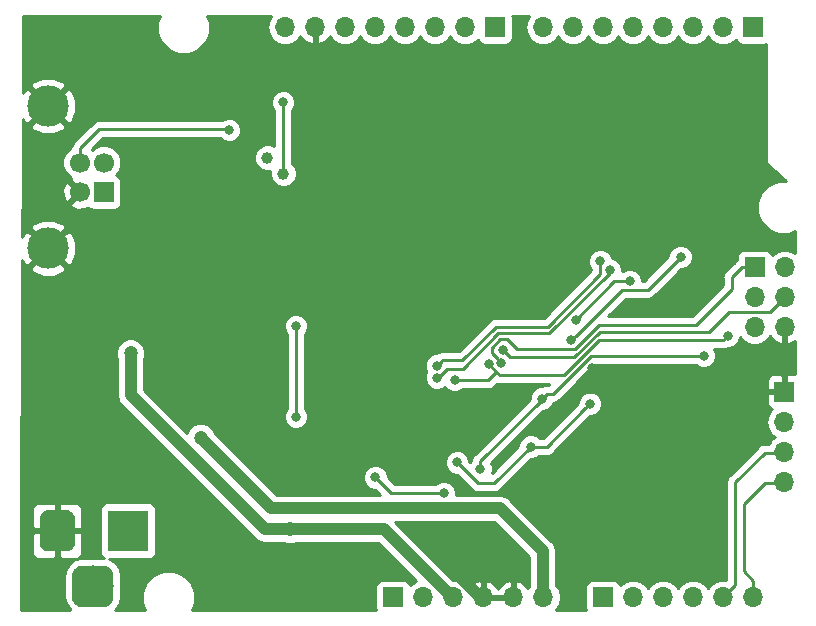
<source format=gbr>
G04 #@! TF.GenerationSoftware,KiCad,Pcbnew,(5.0.2)-1*
G04 #@! TF.CreationDate,2019-07-21T18:19:00-05:00*
G04 #@! TF.ProjectId,arduino_uno,61726475-696e-46f5-9f75-6e6f2e6b6963,rev?*
G04 #@! TF.SameCoordinates,Original*
G04 #@! TF.FileFunction,Copper,L2,Bot*
G04 #@! TF.FilePolarity,Positive*
%FSLAX46Y46*%
G04 Gerber Fmt 4.6, Leading zero omitted, Abs format (unit mm)*
G04 Created by KiCad (PCBNEW (5.0.2)-1) date 7/21/2019 6:19:00 PM*
%MOMM*%
%LPD*%
G01*
G04 APERTURE LIST*
G04 #@! TA.AperFunction,Conductor*
%ADD10C,0.100000*%
G04 #@! TD*
G04 #@! TA.AperFunction,ComponentPad*
%ADD11C,3.500000*%
G04 #@! TD*
G04 #@! TA.AperFunction,ComponentPad*
%ADD12C,3.000000*%
G04 #@! TD*
G04 #@! TA.AperFunction,ComponentPad*
%ADD13R,3.500000X3.500000*%
G04 #@! TD*
G04 #@! TA.AperFunction,ComponentPad*
%ADD14R,1.700000X1.700000*%
G04 #@! TD*
G04 #@! TA.AperFunction,ComponentPad*
%ADD15O,1.700000X1.700000*%
G04 #@! TD*
G04 #@! TA.AperFunction,ComponentPad*
%ADD16C,1.700000*%
G04 #@! TD*
G04 #@! TA.AperFunction,ComponentPad*
%ADD17C,1.000000*%
G04 #@! TD*
G04 #@! TA.AperFunction,ViaPad*
%ADD18C,0.800000*%
G04 #@! TD*
G04 #@! TA.AperFunction,ViaPad*
%ADD19C,1.200000*%
G04 #@! TD*
G04 #@! TA.AperFunction,Conductor*
%ADD20C,1.000000*%
G04 #@! TD*
G04 #@! TA.AperFunction,Conductor*
%ADD21C,0.250000*%
G04 #@! TD*
G04 #@! TA.AperFunction,Conductor*
%ADD22C,0.254000*%
G04 #@! TD*
G04 APERTURE END LIST*
D10*
G04 #@! TO.N,Net-(J1-Pad3)*
G04 #@! TO.C,J1*
G36*
X125360765Y-118154213D02*
X125445704Y-118166813D01*
X125528999Y-118187677D01*
X125609848Y-118216605D01*
X125687472Y-118253319D01*
X125761124Y-118297464D01*
X125830094Y-118348616D01*
X125893718Y-118406282D01*
X125951384Y-118469906D01*
X126002536Y-118538876D01*
X126046681Y-118612528D01*
X126083395Y-118690152D01*
X126112323Y-118771001D01*
X126133187Y-118854296D01*
X126145787Y-118939235D01*
X126150000Y-119025000D01*
X126150000Y-120775000D01*
X126145787Y-120860765D01*
X126133187Y-120945704D01*
X126112323Y-121028999D01*
X126083395Y-121109848D01*
X126046681Y-121187472D01*
X126002536Y-121261124D01*
X125951384Y-121330094D01*
X125893718Y-121393718D01*
X125830094Y-121451384D01*
X125761124Y-121502536D01*
X125687472Y-121546681D01*
X125609848Y-121583395D01*
X125528999Y-121612323D01*
X125445704Y-121633187D01*
X125360765Y-121645787D01*
X125275000Y-121650000D01*
X123525000Y-121650000D01*
X123439235Y-121645787D01*
X123354296Y-121633187D01*
X123271001Y-121612323D01*
X123190152Y-121583395D01*
X123112528Y-121546681D01*
X123038876Y-121502536D01*
X122969906Y-121451384D01*
X122906282Y-121393718D01*
X122848616Y-121330094D01*
X122797464Y-121261124D01*
X122753319Y-121187472D01*
X122716605Y-121109848D01*
X122687677Y-121028999D01*
X122666813Y-120945704D01*
X122654213Y-120860765D01*
X122650000Y-120775000D01*
X122650000Y-119025000D01*
X122654213Y-118939235D01*
X122666813Y-118854296D01*
X122687677Y-118771001D01*
X122716605Y-118690152D01*
X122753319Y-118612528D01*
X122797464Y-118538876D01*
X122848616Y-118469906D01*
X122906282Y-118406282D01*
X122969906Y-118348616D01*
X123038876Y-118297464D01*
X123112528Y-118253319D01*
X123190152Y-118216605D01*
X123271001Y-118187677D01*
X123354296Y-118166813D01*
X123439235Y-118154213D01*
X123525000Y-118150000D01*
X125275000Y-118150000D01*
X125360765Y-118154213D01*
X125360765Y-118154213D01*
G37*
D11*
G04 #@! TD*
G04 #@! TO.P,J1,3*
G04 #@! TO.N,Net-(J1-Pad3)*
X124400000Y-119900000D03*
D10*
G04 #@! TO.N,GND*
G04 #@! TO.C,J1*
G36*
X122223513Y-113453611D02*
X122296318Y-113464411D01*
X122367714Y-113482295D01*
X122437013Y-113507090D01*
X122503548Y-113538559D01*
X122566678Y-113576398D01*
X122625795Y-113620242D01*
X122680330Y-113669670D01*
X122729758Y-113724205D01*
X122773602Y-113783322D01*
X122811441Y-113846452D01*
X122842910Y-113912987D01*
X122867705Y-113982286D01*
X122885589Y-114053682D01*
X122896389Y-114126487D01*
X122900000Y-114200000D01*
X122900000Y-116200000D01*
X122896389Y-116273513D01*
X122885589Y-116346318D01*
X122867705Y-116417714D01*
X122842910Y-116487013D01*
X122811441Y-116553548D01*
X122773602Y-116616678D01*
X122729758Y-116675795D01*
X122680330Y-116730330D01*
X122625795Y-116779758D01*
X122566678Y-116823602D01*
X122503548Y-116861441D01*
X122437013Y-116892910D01*
X122367714Y-116917705D01*
X122296318Y-116935589D01*
X122223513Y-116946389D01*
X122150000Y-116950000D01*
X120650000Y-116950000D01*
X120576487Y-116946389D01*
X120503682Y-116935589D01*
X120432286Y-116917705D01*
X120362987Y-116892910D01*
X120296452Y-116861441D01*
X120233322Y-116823602D01*
X120174205Y-116779758D01*
X120119670Y-116730330D01*
X120070242Y-116675795D01*
X120026398Y-116616678D01*
X119988559Y-116553548D01*
X119957090Y-116487013D01*
X119932295Y-116417714D01*
X119914411Y-116346318D01*
X119903611Y-116273513D01*
X119900000Y-116200000D01*
X119900000Y-114200000D01*
X119903611Y-114126487D01*
X119914411Y-114053682D01*
X119932295Y-113982286D01*
X119957090Y-113912987D01*
X119988559Y-113846452D01*
X120026398Y-113783322D01*
X120070242Y-113724205D01*
X120119670Y-113669670D01*
X120174205Y-113620242D01*
X120233322Y-113576398D01*
X120296452Y-113538559D01*
X120362987Y-113507090D01*
X120432286Y-113482295D01*
X120503682Y-113464411D01*
X120576487Y-113453611D01*
X120650000Y-113450000D01*
X122150000Y-113450000D01*
X122223513Y-113453611D01*
X122223513Y-113453611D01*
G37*
D12*
G04 #@! TD*
G04 #@! TO.P,J1,2*
G04 #@! TO.N,GND*
X121400000Y-115200000D03*
D13*
G04 #@! TO.P,J1,1*
G04 #@! TO.N,Net-(D2-Pad2)*
X127400000Y-115200000D03*
G04 #@! TD*
D14*
G04 #@! TO.P,J2,1*
G04 #@! TO.N,/D12*
X180438100Y-92893600D03*
D15*
G04 #@! TO.P,J2,2*
G04 #@! TO.N,5V*
X182978100Y-92893600D03*
G04 #@! TO.P,J2,3*
G04 #@! TO.N,/D13*
X180438100Y-95433600D03*
G04 #@! TO.P,J2,4*
G04 #@! TO.N,/D11*
X182978100Y-95433600D03*
G04 #@! TO.P,J2,5*
G04 #@! TO.N,RST*
X180438100Y-97973600D03*
G04 #@! TO.P,J2,6*
G04 #@! TO.N,GND*
X182978100Y-97973600D03*
G04 #@! TD*
G04 #@! TO.P,J3,6*
G04 #@! TO.N,RAW*
X162531100Y-120833600D03*
G04 #@! TO.P,J3,5*
G04 #@! TO.N,GND*
X159991100Y-120833600D03*
G04 #@! TO.P,J3,4*
X157451100Y-120833600D03*
G04 #@! TO.P,J3,3*
G04 #@! TO.N,5V*
X154911100Y-120833600D03*
G04 #@! TO.P,J3,2*
G04 #@! TO.N,3V3*
X152371100Y-120833600D03*
D14*
G04 #@! TO.P,J3,1*
G04 #@! TO.N,RST*
X149831100Y-120833600D03*
G04 #@! TD*
G04 #@! TO.P,J5,1*
G04 #@! TO.N,/D8*
X158467100Y-72573600D03*
D15*
G04 #@! TO.P,J5,2*
G04 #@! TO.N,/D9*
X155927100Y-72573600D03*
G04 #@! TO.P,J5,3*
G04 #@! TO.N,/D10*
X153387100Y-72573600D03*
G04 #@! TO.P,J5,4*
G04 #@! TO.N,/D11*
X150847100Y-72573600D03*
G04 #@! TO.P,J5,5*
G04 #@! TO.N,/D12*
X148307100Y-72573600D03*
G04 #@! TO.P,J5,6*
G04 #@! TO.N,/D13*
X145767100Y-72573600D03*
G04 #@! TO.P,J5,7*
G04 #@! TO.N,GND*
X143227100Y-72573600D03*
G04 #@! TO.P,J5,8*
G04 #@! TO.N,AREF*
X140687100Y-72573600D03*
G04 #@! TD*
D14*
G04 #@! TO.P,J6,1*
G04 #@! TO.N,GND*
X182943500Y-103441500D03*
D15*
G04 #@! TO.P,J6,2*
G04 #@! TO.N,5V*
X182943500Y-105981500D03*
G04 #@! TO.P,J6,3*
G04 #@! TO.N,/A4*
X182943500Y-108521500D03*
G04 #@! TO.P,J6,4*
G04 #@! TO.N,/A5*
X182943500Y-111061500D03*
G04 #@! TD*
D14*
G04 #@! TO.P,J7,1*
G04 #@! TO.N,/A0*
X167611100Y-120833600D03*
D15*
G04 #@! TO.P,J7,2*
G04 #@! TO.N,/A1*
X170151100Y-120833600D03*
G04 #@! TO.P,J7,3*
G04 #@! TO.N,/A2*
X172691100Y-120833600D03*
G04 #@! TO.P,J7,4*
G04 #@! TO.N,/A3*
X175231100Y-120833600D03*
G04 #@! TO.P,J7,5*
G04 #@! TO.N,/A4*
X177771100Y-120833600D03*
G04 #@! TO.P,J7,6*
G04 #@! TO.N,/A5*
X180311100Y-120833600D03*
G04 #@! TD*
D14*
G04 #@! TO.P,J8,1*
G04 #@! TO.N,Net-(F1-Pad2)*
X125331100Y-86523600D03*
D16*
G04 #@! TO.P,J8,2*
G04 #@! TO.N,Net-(J8-Pad2)*
X125331100Y-84023600D03*
G04 #@! TO.P,J8,3*
G04 #@! TO.N,Net-(J8-Pad3)*
X123331100Y-84023600D03*
G04 #@! TO.P,J8,4*
G04 #@! TO.N,GND*
X123331100Y-86523600D03*
D11*
G04 #@! TO.P,J8,5*
X120621100Y-91293600D03*
X120621100Y-79253600D03*
G04 #@! TD*
D15*
G04 #@! TO.P,J9,8*
G04 #@! TO.N,/D7*
X162531100Y-72573600D03*
G04 #@! TO.P,J9,7*
G04 #@! TO.N,/D6*
X165071100Y-72573600D03*
G04 #@! TO.P,J9,6*
G04 #@! TO.N,/D5*
X167611100Y-72573600D03*
G04 #@! TO.P,J9,5*
G04 #@! TO.N,/D4*
X170151100Y-72573600D03*
G04 #@! TO.P,J9,4*
G04 #@! TO.N,/D3*
X172691100Y-72573600D03*
G04 #@! TO.P,J9,3*
G04 #@! TO.N,/D2*
X175231100Y-72573600D03*
G04 #@! TO.P,J9,2*
G04 #@! TO.N,/TX*
X177771100Y-72573600D03*
D14*
G04 #@! TO.P,J9,1*
G04 #@! TO.N,/RX*
X180311100Y-72573600D03*
G04 #@! TD*
D17*
G04 #@! TO.P,Y1,1*
G04 #@! TO.N,Net-(C11-Pad1)*
X139192000Y-83629500D03*
G04 #@! TO.P,Y1,2*
G04 #@! TO.N,Net-(C12-Pad1)*
X140535503Y-84973003D03*
G04 #@! TD*
D18*
G04 #@! TO.N,GND*
X172275500Y-95377000D03*
X171450000Y-91249500D03*
X168105398Y-102515510D03*
X166655382Y-101409500D03*
X163490041Y-105130629D03*
X142303500Y-81788000D03*
X134874000Y-89281000D03*
X132651500Y-86804500D03*
X131318000Y-76263500D03*
X155452660Y-104017660D03*
X141858998Y-93535500D03*
X144716500Y-89979500D03*
X137541000Y-101790500D03*
X135064500Y-106172000D03*
X142875000Y-99187000D03*
X179006500Y-82804000D03*
D19*
X137731500Y-117221000D03*
D18*
X141097000Y-109347000D03*
X139001500Y-108077000D03*
D19*
X151628598Y-115316000D03*
D18*
X144335500Y-105854500D03*
X149352000Y-107696000D03*
X175704500Y-93091000D03*
D19*
G04 #@! TO.N,RAW*
X133540500Y-107315000D03*
D18*
G04 #@! TO.N,5V*
X162428567Y-104012994D03*
X157226008Y-109950840D03*
D19*
X127610500Y-100139500D03*
X141115025Y-115092010D03*
D18*
X176149000Y-100393500D03*
G04 #@! TO.N,3V3*
X154114500Y-112014000D03*
X148336000Y-110680500D03*
G04 #@! TO.N,RST*
X161480500Y-108077000D03*
X166506183Y-104447012D03*
X155257504Y-109410504D03*
G04 #@! TO.N,Net-(C12-Pad1)*
X140525500Y-78930500D03*
G04 #@! TO.N,/X1*
X174180500Y-92011500D03*
X164936060Y-99083388D03*
G04 #@! TO.N,/X2*
X165290500Y-97345500D03*
X169862500Y-94080490D03*
G04 #@! TO.N,/D12*
X159004000Y-101004000D03*
G04 #@! TO.N,/D13*
X157924498Y-101092000D03*
X178181000Y-98679000D03*
X155039607Y-102440930D03*
G04 #@! TO.N,/D11*
X159131000Y-99931000D03*
G04 #@! TO.N,Net-(J8-Pad3)*
X135953500Y-81280000D03*
G04 #@! TO.N,/TX*
X167386000Y-92392502D03*
X153540038Y-101212642D03*
G04 #@! TO.N,/RX*
X168211500Y-93154512D03*
X153543000Y-102235000D03*
G04 #@! TO.N,Net-(R4-Pad2)*
X141605000Y-105537000D03*
X141605000Y-97853500D03*
G04 #@! TD*
D20*
G04 #@! TO.N,GND*
X157153098Y-120840500D02*
X152228597Y-115915999D01*
X152228597Y-115915999D02*
X151628598Y-115316000D01*
X157480000Y-120840500D02*
X157153098Y-120840500D01*
G04 #@! TO.N,RAW*
X162496500Y-116920929D02*
X162496500Y-120840500D01*
X158859571Y-113284000D02*
X162496500Y-116920929D01*
X133540500Y-107315000D02*
X139509500Y-113284000D01*
X139509500Y-113284000D02*
X158859571Y-113284000D01*
D21*
G04 #@! TO.N,5V*
X157226008Y-109283492D02*
X157226008Y-109385155D01*
X157226008Y-109385155D02*
X157226008Y-109950840D01*
X162496500Y-104013000D02*
X157226008Y-109283492D01*
D20*
X127610500Y-100139500D02*
X127610500Y-103734500D01*
X140266497Y-115092010D02*
X141115025Y-115092010D01*
X138968010Y-115092010D02*
X140266497Y-115092010D01*
X127610500Y-103734500D02*
X138968010Y-115092010D01*
X154876500Y-120904000D02*
X149064510Y-115092010D01*
X149064510Y-115092010D02*
X141963553Y-115092010D01*
X141963553Y-115092010D02*
X141115025Y-115092010D01*
D21*
X176149000Y-100393500D02*
X166560499Y-100393500D01*
X162828566Y-103612995D02*
X162428567Y-104012994D01*
X163341004Y-103612995D02*
X162828566Y-103612995D01*
X166560499Y-100393500D02*
X163341004Y-103612995D01*
G04 #@! TO.N,3V3*
X149669500Y-112014000D02*
X148336000Y-110680500D01*
X154114500Y-112014000D02*
X149669500Y-112014000D01*
G04 #@! TO.N,RST*
X161480500Y-108077000D02*
X162876195Y-108077000D01*
X166106184Y-104847011D02*
X166506183Y-104447012D01*
X162876195Y-108077000D02*
X166106184Y-104847011D01*
X157035500Y-111188500D02*
X155657503Y-109810503D01*
X161480500Y-108077000D02*
X158369000Y-111188500D01*
X155657503Y-109810503D02*
X155257504Y-109410504D01*
X158369000Y-111188500D02*
X157035500Y-111188500D01*
G04 #@! TO.N,Net-(C12-Pad1)*
X140525500Y-78930500D02*
X140525500Y-85026500D01*
G04 #@! TO.N,/X1*
X165336059Y-98683389D02*
X164936060Y-99083388D01*
X174180500Y-92011500D02*
X171386500Y-94805500D01*
X171386500Y-94805500D02*
X169213948Y-94805500D01*
X169213948Y-94805500D02*
X165336059Y-98683389D01*
G04 #@! TO.N,/X2*
X169296815Y-94080490D02*
X169862500Y-94080490D01*
X168555510Y-94080490D02*
X169296815Y-94080490D01*
X165290500Y-97345500D02*
X168555510Y-94080490D01*
G04 #@! TO.N,/D12*
X167254767Y-97790000D02*
X165222767Y-99822000D01*
X160337500Y-99822000D02*
X159512000Y-98996500D01*
X158878410Y-98996500D02*
X158178500Y-99696410D01*
X158178500Y-99696410D02*
X158178500Y-100178500D01*
X158604001Y-100604001D02*
X159004000Y-101004000D01*
X158178500Y-100178500D02*
X158604001Y-100604001D01*
X159512000Y-98996500D02*
X158878410Y-98996500D01*
X175450500Y-97790000D02*
X167254767Y-97790000D01*
X178498500Y-94742000D02*
X175450500Y-97790000D01*
X178498500Y-93733200D02*
X178498500Y-94742000D01*
X165222767Y-99822000D02*
X160337500Y-99822000D01*
X179338100Y-92893600D02*
X178498500Y-93733200D01*
X180438100Y-92893600D02*
X179338100Y-92893600D01*
G04 #@! TO.N,/D13*
X158559500Y-101727002D02*
X157924498Y-101092000D01*
X178181000Y-98679000D02*
X177781001Y-99078999D01*
X167238590Y-99078999D02*
X164273089Y-102044500D01*
X158876998Y-102044500D02*
X158559500Y-101727002D01*
X164273089Y-102044500D02*
X158876998Y-102044500D01*
X177781001Y-99078999D02*
X167238590Y-99078999D01*
X158559500Y-101727002D02*
X157845572Y-102440930D01*
X157845572Y-102440930D02*
X155605292Y-102440930D01*
X155605292Y-102440930D02*
X155039607Y-102440930D01*
G04 #@! TO.N,/D11*
X159530999Y-100330999D02*
X159131000Y-99931000D01*
X159726009Y-100526009D02*
X159530999Y-100330999D01*
X182978100Y-95433600D02*
X181731701Y-96679999D01*
X181731701Y-96679999D02*
X178275001Y-96679999D01*
X178275001Y-96679999D02*
X176593500Y-98361500D01*
X176593500Y-98361500D02*
X167319678Y-98361500D01*
X167319678Y-98361500D02*
X165155169Y-100526009D01*
X165155169Y-100526009D02*
X159726009Y-100526009D01*
G04 #@! TO.N,/A4*
X181292500Y-108585000D02*
X182943500Y-108585000D01*
X178816000Y-111061500D02*
X181292500Y-108585000D01*
X177771100Y-120833600D02*
X178816000Y-119788700D01*
X178816000Y-119788700D02*
X178816000Y-111061500D01*
G04 #@! TO.N,/A5*
X181356000Y-111125000D02*
X182943500Y-111125000D01*
X179514500Y-112966500D02*
X181356000Y-111125000D01*
X179514500Y-118618000D02*
X179514500Y-112966500D01*
X180311100Y-120833600D02*
X180311100Y-119414600D01*
X180311100Y-119414600D02*
X179514500Y-118618000D01*
G04 #@! TO.N,Net-(J8-Pad3)*
X123331100Y-82821519D02*
X124936119Y-81216500D01*
X123331100Y-84023600D02*
X123331100Y-82821519D01*
X124936119Y-81216500D02*
X135890000Y-81216500D01*
X135890000Y-81216500D02*
X135953500Y-81280000D01*
G04 #@! TO.N,/TX*
X153940037Y-100812643D02*
X153540038Y-101212642D01*
X167386000Y-93472000D02*
X162941000Y-97917000D01*
X167386000Y-92392502D02*
X167386000Y-93472000D01*
X162941000Y-97917000D02*
X158559500Y-97917000D01*
X158559500Y-97917000D02*
X155702000Y-100774500D01*
X155702000Y-100774500D02*
X153978180Y-100774500D01*
X153978180Y-100774500D02*
X153940037Y-100812643D01*
G04 #@! TO.N,/RX*
X153606500Y-102235000D02*
X153543000Y-102235000D01*
X168211500Y-93345000D02*
X163068000Y-98488500D01*
X168211500Y-93154512D02*
X168211500Y-93345000D01*
X163068000Y-98488500D02*
X158750000Y-98488500D01*
X158750000Y-98488500D02*
X155765500Y-101473000D01*
X155765500Y-101473000D02*
X154368500Y-101473000D01*
X154368500Y-101473000D02*
X153606500Y-102235000D01*
G04 #@! TO.N,Net-(R4-Pad2)*
X141605000Y-105537000D02*
X141605000Y-97853500D01*
G04 #@! TD*
D22*
G04 #@! TO.N,GND*
G36*
X129856100Y-72133031D02*
X129856100Y-73022169D01*
X130196359Y-73843626D01*
X130825074Y-74472341D01*
X131646531Y-74812600D01*
X132535669Y-74812600D01*
X133357126Y-74472341D01*
X133985841Y-73843626D01*
X134326100Y-73022169D01*
X134326100Y-72133031D01*
X134116495Y-71627000D01*
X139533604Y-71627000D01*
X139288261Y-71994182D01*
X139173008Y-72573600D01*
X139288261Y-73153018D01*
X139616475Y-73644225D01*
X140107682Y-73972439D01*
X140540844Y-74058600D01*
X140833356Y-74058600D01*
X141266518Y-73972439D01*
X141757725Y-73644225D01*
X141970943Y-73325122D01*
X142031917Y-73454958D01*
X142460176Y-73845245D01*
X142870210Y-74015076D01*
X143100100Y-73893755D01*
X143100100Y-72700600D01*
X143080100Y-72700600D01*
X143080100Y-72446600D01*
X143100100Y-72446600D01*
X143100100Y-72426600D01*
X143354100Y-72426600D01*
X143354100Y-72446600D01*
X143374100Y-72446600D01*
X143374100Y-72700600D01*
X143354100Y-72700600D01*
X143354100Y-73893755D01*
X143583990Y-74015076D01*
X143994024Y-73845245D01*
X144422283Y-73454958D01*
X144483257Y-73325122D01*
X144696475Y-73644225D01*
X145187682Y-73972439D01*
X145620844Y-74058600D01*
X145913356Y-74058600D01*
X146346518Y-73972439D01*
X146837725Y-73644225D01*
X147037100Y-73345839D01*
X147236475Y-73644225D01*
X147727682Y-73972439D01*
X148160844Y-74058600D01*
X148453356Y-74058600D01*
X148886518Y-73972439D01*
X149377725Y-73644225D01*
X149577100Y-73345839D01*
X149776475Y-73644225D01*
X150267682Y-73972439D01*
X150700844Y-74058600D01*
X150993356Y-74058600D01*
X151426518Y-73972439D01*
X151917725Y-73644225D01*
X152117100Y-73345839D01*
X152316475Y-73644225D01*
X152807682Y-73972439D01*
X153240844Y-74058600D01*
X153533356Y-74058600D01*
X153966518Y-73972439D01*
X154457725Y-73644225D01*
X154657100Y-73345839D01*
X154856475Y-73644225D01*
X155347682Y-73972439D01*
X155780844Y-74058600D01*
X156073356Y-74058600D01*
X156506518Y-73972439D01*
X156997725Y-73644225D01*
X157009916Y-73625981D01*
X157018943Y-73671365D01*
X157159291Y-73881409D01*
X157369335Y-74021757D01*
X157617100Y-74071040D01*
X159317100Y-74071040D01*
X159564865Y-74021757D01*
X159774909Y-73881409D01*
X159915257Y-73671365D01*
X159964540Y-73423600D01*
X159964540Y-71723600D01*
X159945325Y-71627000D01*
X161377604Y-71627000D01*
X161132261Y-71994182D01*
X161017008Y-72573600D01*
X161132261Y-73153018D01*
X161460475Y-73644225D01*
X161951682Y-73972439D01*
X162384844Y-74058600D01*
X162677356Y-74058600D01*
X163110518Y-73972439D01*
X163601725Y-73644225D01*
X163801100Y-73345839D01*
X164000475Y-73644225D01*
X164491682Y-73972439D01*
X164924844Y-74058600D01*
X165217356Y-74058600D01*
X165650518Y-73972439D01*
X166141725Y-73644225D01*
X166341100Y-73345839D01*
X166540475Y-73644225D01*
X167031682Y-73972439D01*
X167464844Y-74058600D01*
X167757356Y-74058600D01*
X168190518Y-73972439D01*
X168681725Y-73644225D01*
X168881100Y-73345839D01*
X169080475Y-73644225D01*
X169571682Y-73972439D01*
X170004844Y-74058600D01*
X170297356Y-74058600D01*
X170730518Y-73972439D01*
X171221725Y-73644225D01*
X171421100Y-73345839D01*
X171620475Y-73644225D01*
X172111682Y-73972439D01*
X172544844Y-74058600D01*
X172837356Y-74058600D01*
X173270518Y-73972439D01*
X173761725Y-73644225D01*
X173961100Y-73345839D01*
X174160475Y-73644225D01*
X174651682Y-73972439D01*
X175084844Y-74058600D01*
X175377356Y-74058600D01*
X175810518Y-73972439D01*
X176301725Y-73644225D01*
X176501100Y-73345839D01*
X176700475Y-73644225D01*
X177191682Y-73972439D01*
X177624844Y-74058600D01*
X177917356Y-74058600D01*
X178350518Y-73972439D01*
X178841725Y-73644225D01*
X178853916Y-73625981D01*
X178862943Y-73671365D01*
X179003291Y-73881409D01*
X179213335Y-74021757D01*
X179461100Y-74071040D01*
X181161100Y-74071040D01*
X181373000Y-74028891D01*
X181373000Y-84000000D01*
X181382667Y-84048601D01*
X181416100Y-84095341D01*
X183106167Y-85582600D01*
X182446531Y-85582600D01*
X181625074Y-85922859D01*
X180996359Y-86551574D01*
X180656100Y-87373031D01*
X180656100Y-88262169D01*
X180996359Y-89083626D01*
X181625074Y-89712341D01*
X182446531Y-90052600D01*
X183335669Y-90052600D01*
X183873000Y-89830030D01*
X183873000Y-91705559D01*
X183557518Y-91494761D01*
X183124356Y-91408600D01*
X182831844Y-91408600D01*
X182398682Y-91494761D01*
X181907475Y-91822975D01*
X181895284Y-91841219D01*
X181886257Y-91795835D01*
X181745909Y-91585791D01*
X181535865Y-91445443D01*
X181288100Y-91396160D01*
X179588100Y-91396160D01*
X179340335Y-91445443D01*
X179130291Y-91585791D01*
X178989943Y-91795835D01*
X178940660Y-92043600D01*
X178940660Y-92245117D01*
X178892823Y-92277081D01*
X178790171Y-92345671D01*
X178747771Y-92409127D01*
X178014030Y-93142869D01*
X177950571Y-93185271D01*
X177782596Y-93436664D01*
X177738500Y-93658349D01*
X177738500Y-93658353D01*
X177723612Y-93733200D01*
X177738500Y-93808048D01*
X177738501Y-94427197D01*
X175135699Y-97030000D01*
X168064250Y-97030000D01*
X169528750Y-95565500D01*
X171311653Y-95565500D01*
X171386500Y-95580388D01*
X171461347Y-95565500D01*
X171461352Y-95565500D01*
X171683037Y-95521404D01*
X171934429Y-95353429D01*
X171976831Y-95289970D01*
X174220302Y-93046500D01*
X174386374Y-93046500D01*
X174766780Y-92888931D01*
X175057931Y-92597780D01*
X175215500Y-92217374D01*
X175215500Y-91805626D01*
X175057931Y-91425220D01*
X174766780Y-91134069D01*
X174386374Y-90976500D01*
X173974626Y-90976500D01*
X173594220Y-91134069D01*
X173303069Y-91425220D01*
X173145500Y-91805626D01*
X173145500Y-91971698D01*
X171071699Y-94045500D01*
X170897500Y-94045500D01*
X170897500Y-93874616D01*
X170739931Y-93494210D01*
X170448780Y-93203059D01*
X170068374Y-93045490D01*
X169656626Y-93045490D01*
X169276220Y-93203059D01*
X169246500Y-93232779D01*
X169246500Y-92948638D01*
X169088931Y-92568232D01*
X168797780Y-92277081D01*
X168417374Y-92119512D01*
X168393200Y-92119512D01*
X168263431Y-91806222D01*
X167972280Y-91515071D01*
X167591874Y-91357502D01*
X167180126Y-91357502D01*
X166799720Y-91515071D01*
X166508569Y-91806222D01*
X166351000Y-92186628D01*
X166351000Y-92598376D01*
X166508569Y-92978782D01*
X166626001Y-93096214D01*
X166626001Y-93157197D01*
X162626199Y-97157000D01*
X158634346Y-97157000D01*
X158559499Y-97142112D01*
X158484652Y-97157000D01*
X158484648Y-97157000D01*
X158262963Y-97201096D01*
X158011571Y-97369071D01*
X157969171Y-97432527D01*
X155387199Y-100014500D01*
X154053026Y-100014500D01*
X153978179Y-99999612D01*
X153903332Y-100014500D01*
X153903328Y-100014500D01*
X153681643Y-100058596D01*
X153503478Y-100177642D01*
X153334164Y-100177642D01*
X152953758Y-100335211D01*
X152662607Y-100626362D01*
X152505038Y-101006768D01*
X152505038Y-101418516D01*
X152632980Y-101727396D01*
X152508000Y-102029126D01*
X152508000Y-102440874D01*
X152665569Y-102821280D01*
X152956720Y-103112431D01*
X153337126Y-103270000D01*
X153748874Y-103270000D01*
X154129280Y-103112431D01*
X154188339Y-103053373D01*
X154453327Y-103318361D01*
X154833733Y-103475930D01*
X155245481Y-103475930D01*
X155625887Y-103318361D01*
X155743318Y-103200930D01*
X157770725Y-103200930D01*
X157845572Y-103215818D01*
X157920419Y-103200930D01*
X157920424Y-103200930D01*
X158142109Y-103156834D01*
X158393501Y-102988859D01*
X158435903Y-102925400D01*
X158597508Y-102763795D01*
X158802146Y-102804500D01*
X158802151Y-102804500D01*
X158876998Y-102819388D01*
X158951845Y-102804500D01*
X163074698Y-102804500D01*
X163026203Y-102852995D01*
X162903412Y-102852995D01*
X162828565Y-102838107D01*
X162753718Y-102852995D01*
X162753714Y-102852995D01*
X162532029Y-102897091D01*
X162410949Y-102977994D01*
X162222693Y-102977994D01*
X161842287Y-103135563D01*
X161551136Y-103426714D01*
X161393567Y-103807120D01*
X161393567Y-104041131D01*
X156741538Y-108693161D01*
X156678079Y-108735563D01*
X156510104Y-108986956D01*
X156466008Y-109208641D01*
X156466008Y-109208645D01*
X156456452Y-109256685D01*
X156348577Y-109364560D01*
X156330354Y-109408553D01*
X156292504Y-109370703D01*
X156292504Y-109204630D01*
X156134935Y-108824224D01*
X155843784Y-108533073D01*
X155463378Y-108375504D01*
X155051630Y-108375504D01*
X154671224Y-108533073D01*
X154380073Y-108824224D01*
X154222504Y-109204630D01*
X154222504Y-109616378D01*
X154380073Y-109996784D01*
X154671224Y-110287935D01*
X155051630Y-110445504D01*
X155217703Y-110445504D01*
X156445171Y-111672973D01*
X156487571Y-111736429D01*
X156738963Y-111904404D01*
X156960648Y-111948500D01*
X156960652Y-111948500D01*
X157035499Y-111963388D01*
X157110346Y-111948500D01*
X158294153Y-111948500D01*
X158369000Y-111963388D01*
X158443847Y-111948500D01*
X158443852Y-111948500D01*
X158665537Y-111904404D01*
X158916929Y-111736429D01*
X158959331Y-111672970D01*
X161520303Y-109112000D01*
X161686374Y-109112000D01*
X162066780Y-108954431D01*
X162184211Y-108837000D01*
X162801348Y-108837000D01*
X162876195Y-108851888D01*
X162951042Y-108837000D01*
X162951047Y-108837000D01*
X163172732Y-108792904D01*
X163424124Y-108624929D01*
X163466526Y-108561470D01*
X166545985Y-105482012D01*
X166712057Y-105482012D01*
X167092463Y-105324443D01*
X167383614Y-105033292D01*
X167541183Y-104652886D01*
X167541183Y-104241138D01*
X167383614Y-103860732D01*
X167092463Y-103569581D01*
X166712057Y-103412012D01*
X166300309Y-103412012D01*
X165919903Y-103569581D01*
X165628752Y-103860732D01*
X165471183Y-104241138D01*
X165471183Y-104407210D01*
X162561394Y-107317000D01*
X162184211Y-107317000D01*
X162066780Y-107199569D01*
X161686374Y-107042000D01*
X161274626Y-107042000D01*
X160894220Y-107199569D01*
X160603069Y-107490720D01*
X160445500Y-107871126D01*
X160445500Y-108037197D01*
X158215063Y-110267636D01*
X158261008Y-110156714D01*
X158261008Y-109744966D01*
X158137503Y-109446798D01*
X162536308Y-105047994D01*
X162634441Y-105047994D01*
X163014847Y-104890425D01*
X163305998Y-104599274D01*
X163398278Y-104376491D01*
X163415851Y-104372995D01*
X163415856Y-104372995D01*
X163637541Y-104328899D01*
X163888933Y-104160924D01*
X163931335Y-104097465D01*
X165563611Y-102465190D01*
X181458500Y-102465190D01*
X181458500Y-103155750D01*
X181617250Y-103314500D01*
X182816500Y-103314500D01*
X182816500Y-102115250D01*
X182657750Y-101956500D01*
X181967191Y-101956500D01*
X181733802Y-102053173D01*
X181555173Y-102231801D01*
X181458500Y-102465190D01*
X165563611Y-102465190D01*
X166875302Y-101153500D01*
X175445289Y-101153500D01*
X175562720Y-101270931D01*
X175943126Y-101428500D01*
X176354874Y-101428500D01*
X176735280Y-101270931D01*
X177026431Y-100979780D01*
X177184000Y-100599374D01*
X177184000Y-100187626D01*
X177039594Y-99838999D01*
X177706154Y-99838999D01*
X177781001Y-99853887D01*
X177855848Y-99838999D01*
X177855853Y-99838999D01*
X178077538Y-99794903D01*
X178198618Y-99714000D01*
X178386874Y-99714000D01*
X178767280Y-99556431D01*
X179058431Y-99265280D01*
X179216000Y-98884874D01*
X179216000Y-98817527D01*
X179367475Y-99044225D01*
X179858682Y-99372439D01*
X180291844Y-99458600D01*
X180584356Y-99458600D01*
X181017518Y-99372439D01*
X181508725Y-99044225D01*
X181709453Y-98743814D01*
X182096742Y-99168783D01*
X182621208Y-99415086D01*
X182851100Y-99294419D01*
X182851100Y-98100600D01*
X182831100Y-98100600D01*
X182831100Y-97846600D01*
X182851100Y-97846600D01*
X182851100Y-97826600D01*
X183105100Y-97826600D01*
X183105100Y-97846600D01*
X183125100Y-97846600D01*
X183125100Y-98100600D01*
X183105100Y-98100600D01*
X183105100Y-99294419D01*
X183334992Y-99415086D01*
X183859458Y-99168783D01*
X183873000Y-99153923D01*
X183873000Y-101956500D01*
X183229250Y-101956500D01*
X183070500Y-102115250D01*
X183070500Y-103314500D01*
X183090500Y-103314500D01*
X183090500Y-103568500D01*
X183070500Y-103568500D01*
X183070500Y-103588500D01*
X182816500Y-103588500D01*
X182816500Y-103568500D01*
X181617250Y-103568500D01*
X181458500Y-103727250D01*
X181458500Y-104417810D01*
X181555173Y-104651199D01*
X181733802Y-104829827D01*
X181894533Y-104896404D01*
X181872875Y-104910875D01*
X181544661Y-105402082D01*
X181429408Y-105981500D01*
X181544661Y-106560918D01*
X181872875Y-107052125D01*
X182171261Y-107251500D01*
X181872875Y-107450875D01*
X181622893Y-107825000D01*
X181367347Y-107825000D01*
X181292500Y-107810112D01*
X181217653Y-107825000D01*
X181217648Y-107825000D01*
X180995963Y-107869096D01*
X180744571Y-108037071D01*
X180702171Y-108100527D01*
X178331528Y-110471171D01*
X178268072Y-110513571D01*
X178225672Y-110577027D01*
X178225671Y-110577028D01*
X178100097Y-110764963D01*
X178041112Y-111061500D01*
X178056001Y-111136352D01*
X178056000Y-119376178D01*
X177917356Y-119348600D01*
X177624844Y-119348600D01*
X177191682Y-119434761D01*
X176700475Y-119762975D01*
X176501100Y-120061361D01*
X176301725Y-119762975D01*
X175810518Y-119434761D01*
X175377356Y-119348600D01*
X175084844Y-119348600D01*
X174651682Y-119434761D01*
X174160475Y-119762975D01*
X173961100Y-120061361D01*
X173761725Y-119762975D01*
X173270518Y-119434761D01*
X172837356Y-119348600D01*
X172544844Y-119348600D01*
X172111682Y-119434761D01*
X171620475Y-119762975D01*
X171421100Y-120061361D01*
X171221725Y-119762975D01*
X170730518Y-119434761D01*
X170297356Y-119348600D01*
X170004844Y-119348600D01*
X169571682Y-119434761D01*
X169080475Y-119762975D01*
X169068284Y-119781219D01*
X169059257Y-119735835D01*
X168918909Y-119525791D01*
X168708865Y-119385443D01*
X168461100Y-119336160D01*
X166761100Y-119336160D01*
X166513335Y-119385443D01*
X166303291Y-119525791D01*
X166162943Y-119735835D01*
X166113660Y-119983600D01*
X166113660Y-121683600D01*
X166151334Y-121873000D01*
X163622589Y-121873000D01*
X163929939Y-121413018D01*
X164045192Y-120833600D01*
X163929939Y-120254182D01*
X163631500Y-119807536D01*
X163631500Y-117032710D01*
X163653735Y-116920928D01*
X163631500Y-116809146D01*
X163565646Y-116478074D01*
X163314789Y-116102640D01*
X163220022Y-116039319D01*
X159741184Y-112560482D01*
X159677860Y-112465711D01*
X159302426Y-112214854D01*
X158971354Y-112149000D01*
X158859571Y-112126765D01*
X158747788Y-112149000D01*
X155149500Y-112149000D01*
X155149500Y-111808126D01*
X154991931Y-111427720D01*
X154700780Y-111136569D01*
X154320374Y-110979000D01*
X153908626Y-110979000D01*
X153528220Y-111136569D01*
X153410789Y-111254000D01*
X149984302Y-111254000D01*
X149371000Y-110640699D01*
X149371000Y-110474626D01*
X149213431Y-110094220D01*
X148922280Y-109803069D01*
X148541874Y-109645500D01*
X148130126Y-109645500D01*
X147749720Y-109803069D01*
X147458569Y-110094220D01*
X147301000Y-110474626D01*
X147301000Y-110886374D01*
X147458569Y-111266780D01*
X147749720Y-111557931D01*
X148130126Y-111715500D01*
X148296199Y-111715500D01*
X148729698Y-112149000D01*
X139979632Y-112149000D01*
X134687483Y-106856852D01*
X134587482Y-106615429D01*
X134240071Y-106268018D01*
X133786157Y-106080000D01*
X133294843Y-106080000D01*
X132840929Y-106268018D01*
X132493518Y-106615429D01*
X132377252Y-106896120D01*
X128745500Y-103264369D01*
X128745500Y-100626578D01*
X128845500Y-100385157D01*
X128845500Y-99893843D01*
X128657482Y-99439929D01*
X128310071Y-99092518D01*
X127856157Y-98904500D01*
X127364843Y-98904500D01*
X126910929Y-99092518D01*
X126563518Y-99439929D01*
X126375500Y-99893843D01*
X126375500Y-100385157D01*
X126475500Y-100626578D01*
X126475501Y-103622712D01*
X126453265Y-103734500D01*
X126541354Y-104177354D01*
X126541355Y-104177355D01*
X126792212Y-104552789D01*
X126886980Y-104616111D01*
X138086399Y-115815531D01*
X138149721Y-115910299D01*
X138437580Y-116102640D01*
X138525155Y-116161156D01*
X138968010Y-116249245D01*
X139079793Y-116227010D01*
X140627947Y-116227010D01*
X140869368Y-116327010D01*
X141360682Y-116327010D01*
X141602103Y-116227010D01*
X148594379Y-116227010D01*
X151800396Y-119433028D01*
X151791682Y-119434761D01*
X151300475Y-119762975D01*
X151288284Y-119781219D01*
X151279257Y-119735835D01*
X151138909Y-119525791D01*
X150928865Y-119385443D01*
X150681100Y-119336160D01*
X148981100Y-119336160D01*
X148733335Y-119385443D01*
X148523291Y-119525791D01*
X148382943Y-119735835D01*
X148333660Y-119983600D01*
X148333660Y-121683600D01*
X148371334Y-121873000D01*
X132811370Y-121873000D01*
X133056100Y-121282169D01*
X133056100Y-120393031D01*
X132715841Y-119571574D01*
X132087126Y-118942859D01*
X131265669Y-118602600D01*
X130376531Y-118602600D01*
X129555074Y-118942859D01*
X128926359Y-119571574D01*
X128586100Y-120393031D01*
X128586100Y-121282169D01*
X128830830Y-121873000D01*
X126319393Y-121873000D01*
X126351528Y-121851528D01*
X126681551Y-121357613D01*
X126797440Y-120775000D01*
X126797440Y-119025000D01*
X126681551Y-118442387D01*
X126351528Y-117948472D01*
X125857613Y-117618449D01*
X125751994Y-117597440D01*
X129150000Y-117597440D01*
X129397765Y-117548157D01*
X129607809Y-117407809D01*
X129748157Y-117197765D01*
X129797440Y-116950000D01*
X129797440Y-113450000D01*
X129748157Y-113202235D01*
X129607809Y-112992191D01*
X129397765Y-112851843D01*
X129150000Y-112802560D01*
X125650000Y-112802560D01*
X125402235Y-112851843D01*
X125192191Y-112992191D01*
X125051843Y-113202235D01*
X125002560Y-113450000D01*
X125002560Y-116950000D01*
X125051843Y-117197765D01*
X125192191Y-117407809D01*
X125359001Y-117519269D01*
X125275000Y-117502560D01*
X123525000Y-117502560D01*
X122942387Y-117618449D01*
X122448472Y-117948472D01*
X122118449Y-118442387D01*
X122002560Y-119025000D01*
X122002560Y-120775000D01*
X122118449Y-121357613D01*
X122448472Y-121851528D01*
X122480607Y-121873000D01*
X118327505Y-121873000D01*
X118352851Y-115485750D01*
X119265000Y-115485750D01*
X119265000Y-117076310D01*
X119361673Y-117309699D01*
X119540302Y-117488327D01*
X119773691Y-117585000D01*
X121114250Y-117585000D01*
X121273000Y-117426250D01*
X121273000Y-115327000D01*
X121527000Y-115327000D01*
X121527000Y-117426250D01*
X121685750Y-117585000D01*
X123026309Y-117585000D01*
X123259698Y-117488327D01*
X123438327Y-117309699D01*
X123535000Y-117076310D01*
X123535000Y-115485750D01*
X123376250Y-115327000D01*
X121527000Y-115327000D01*
X121273000Y-115327000D01*
X119423750Y-115327000D01*
X119265000Y-115485750D01*
X118352851Y-115485750D01*
X118361430Y-113323690D01*
X119265000Y-113323690D01*
X119265000Y-114914250D01*
X119423750Y-115073000D01*
X121273000Y-115073000D01*
X121273000Y-112973750D01*
X121527000Y-112973750D01*
X121527000Y-115073000D01*
X123376250Y-115073000D01*
X123535000Y-114914250D01*
X123535000Y-113323690D01*
X123438327Y-113090301D01*
X123259698Y-112911673D01*
X123026309Y-112815000D01*
X121685750Y-112815000D01*
X121527000Y-112973750D01*
X121273000Y-112973750D01*
X121114250Y-112815000D01*
X119773691Y-112815000D01*
X119540302Y-112911673D01*
X119361673Y-113090301D01*
X119265000Y-113323690D01*
X118361430Y-113323690D01*
X118423636Y-97647626D01*
X140570000Y-97647626D01*
X140570000Y-98059374D01*
X140727569Y-98439780D01*
X140845001Y-98557212D01*
X140845000Y-104833289D01*
X140727569Y-104950720D01*
X140570000Y-105331126D01*
X140570000Y-105742874D01*
X140727569Y-106123280D01*
X141018720Y-106414431D01*
X141399126Y-106572000D01*
X141810874Y-106572000D01*
X142191280Y-106414431D01*
X142482431Y-106123280D01*
X142640000Y-105742874D01*
X142640000Y-105331126D01*
X142482431Y-104950720D01*
X142365000Y-104833289D01*
X142365000Y-98557211D01*
X142482431Y-98439780D01*
X142640000Y-98059374D01*
X142640000Y-97647626D01*
X142482431Y-97267220D01*
X142191280Y-96976069D01*
X141810874Y-96818500D01*
X141399126Y-96818500D01*
X141018720Y-96976069D01*
X140727569Y-97267220D01*
X140570000Y-97647626D01*
X118423636Y-97647626D01*
X118442127Y-92988128D01*
X119106177Y-92988128D01*
X119296464Y-93332871D01*
X120177691Y-93684556D01*
X121126423Y-93672241D01*
X121945736Y-93332871D01*
X122136023Y-92988128D01*
X120621100Y-91473205D01*
X119106177Y-92988128D01*
X118442127Y-92988128D01*
X118444907Y-92287676D01*
X118581829Y-92618236D01*
X118926572Y-92808523D01*
X120441495Y-91293600D01*
X120800705Y-91293600D01*
X122315628Y-92808523D01*
X122660371Y-92618236D01*
X123012056Y-91737009D01*
X122999741Y-90788277D01*
X122660371Y-89968964D01*
X122315628Y-89778677D01*
X120800705Y-91293600D01*
X120441495Y-91293600D01*
X118926572Y-89778677D01*
X118581829Y-89968964D01*
X118452825Y-90292212D01*
X118455575Y-89599072D01*
X119106177Y-89599072D01*
X120621100Y-91113995D01*
X122136023Y-89599072D01*
X121945736Y-89254329D01*
X121064509Y-88902644D01*
X120115777Y-88914959D01*
X119296464Y-89254329D01*
X119106177Y-89599072D01*
X118455575Y-89599072D01*
X118468686Y-86294879D01*
X121834382Y-86294879D01*
X121860785Y-86885058D01*
X122035841Y-87307680D01*
X122287142Y-87387953D01*
X123151495Y-86523600D01*
X122287142Y-85659247D01*
X122035841Y-85739520D01*
X121834382Y-86294879D01*
X118468686Y-86294879D01*
X118478871Y-83728215D01*
X121846100Y-83728215D01*
X121846100Y-84318985D01*
X122072178Y-84864785D01*
X122489915Y-85282522D01*
X122525063Y-85297081D01*
X122466747Y-85479642D01*
X123331100Y-86343995D01*
X123345243Y-86329853D01*
X123524848Y-86509458D01*
X123510705Y-86523600D01*
X123524848Y-86537743D01*
X123345243Y-86717348D01*
X123331100Y-86703205D01*
X122466747Y-87567558D01*
X122547020Y-87818859D01*
X123102379Y-88020318D01*
X123692558Y-87993915D01*
X124046861Y-87847158D01*
X124233335Y-87971757D01*
X124481100Y-88021040D01*
X126181100Y-88021040D01*
X126428865Y-87971757D01*
X126638909Y-87831409D01*
X126779257Y-87621365D01*
X126828540Y-87373600D01*
X126828540Y-85673600D01*
X126779257Y-85425835D01*
X126638909Y-85215791D01*
X126428865Y-85075443D01*
X126387577Y-85067230D01*
X126590022Y-84864785D01*
X126816100Y-84318985D01*
X126816100Y-83728215D01*
X126681696Y-83403734D01*
X138057000Y-83403734D01*
X138057000Y-83855266D01*
X138229793Y-84272426D01*
X138549074Y-84591707D01*
X138966234Y-84764500D01*
X139400503Y-84764500D01*
X139400503Y-85198769D01*
X139573296Y-85615929D01*
X139892577Y-85935210D01*
X140309737Y-86108003D01*
X140761269Y-86108003D01*
X141178429Y-85935210D01*
X141497710Y-85615929D01*
X141670503Y-85198769D01*
X141670503Y-84747237D01*
X141497710Y-84330077D01*
X141285500Y-84117867D01*
X141285500Y-79634211D01*
X141402931Y-79516780D01*
X141560500Y-79136374D01*
X141560500Y-78724626D01*
X141402931Y-78344220D01*
X141111780Y-78053069D01*
X140731374Y-77895500D01*
X140319626Y-77895500D01*
X139939220Y-78053069D01*
X139648069Y-78344220D01*
X139490500Y-78724626D01*
X139490500Y-79136374D01*
X139648069Y-79516780D01*
X139765500Y-79634211D01*
X139765501Y-82638536D01*
X139417766Y-82494500D01*
X138966234Y-82494500D01*
X138549074Y-82667293D01*
X138229793Y-82986574D01*
X138057000Y-83403734D01*
X126681696Y-83403734D01*
X126590022Y-83182415D01*
X126172285Y-82764678D01*
X125626485Y-82538600D01*
X125035715Y-82538600D01*
X124489915Y-82764678D01*
X124331100Y-82923493D01*
X124317514Y-82909907D01*
X125250921Y-81976500D01*
X135186289Y-81976500D01*
X135367220Y-82157431D01*
X135747626Y-82315000D01*
X136159374Y-82315000D01*
X136539780Y-82157431D01*
X136830931Y-81866280D01*
X136988500Y-81485874D01*
X136988500Y-81074126D01*
X136830931Y-80693720D01*
X136539780Y-80402569D01*
X136159374Y-80245000D01*
X135747626Y-80245000D01*
X135367220Y-80402569D01*
X135313289Y-80456500D01*
X125010967Y-80456500D01*
X124936119Y-80441612D01*
X124861271Y-80456500D01*
X124861267Y-80456500D01*
X124639582Y-80500596D01*
X124388190Y-80668571D01*
X124345790Y-80732027D01*
X122846628Y-82231190D01*
X122783172Y-82273590D01*
X122740772Y-82337046D01*
X122740771Y-82337047D01*
X122615197Y-82524982D01*
X122574486Y-82729647D01*
X122489915Y-82764678D01*
X122072178Y-83182415D01*
X121846100Y-83728215D01*
X118478871Y-83728215D01*
X118489904Y-80948128D01*
X119106177Y-80948128D01*
X119296464Y-81292871D01*
X120177691Y-81644556D01*
X121126423Y-81632241D01*
X121945736Y-81292871D01*
X122136023Y-80948128D01*
X120621100Y-79433205D01*
X119106177Y-80948128D01*
X118489904Y-80948128D01*
X118492231Y-80361927D01*
X118581829Y-80578236D01*
X118926572Y-80768523D01*
X120441495Y-79253600D01*
X120800705Y-79253600D01*
X122315628Y-80768523D01*
X122660371Y-80578236D01*
X123012056Y-79697009D01*
X122999741Y-78748277D01*
X122660371Y-77928964D01*
X122315628Y-77738677D01*
X120800705Y-79253600D01*
X120441495Y-79253600D01*
X118926572Y-77738677D01*
X118581829Y-77928964D01*
X118501083Y-78131292D01*
X118503353Y-77559072D01*
X119106177Y-77559072D01*
X120621100Y-79073995D01*
X122136023Y-77559072D01*
X121945736Y-77214329D01*
X121064509Y-76862644D01*
X120115777Y-76874959D01*
X119296464Y-77214329D01*
X119106177Y-77559072D01*
X118503353Y-77559072D01*
X118526791Y-71652815D01*
X118552606Y-71627000D01*
X130065705Y-71627000D01*
X129856100Y-72133031D01*
X129856100Y-72133031D01*
G37*
X129856100Y-72133031D02*
X129856100Y-73022169D01*
X130196359Y-73843626D01*
X130825074Y-74472341D01*
X131646531Y-74812600D01*
X132535669Y-74812600D01*
X133357126Y-74472341D01*
X133985841Y-73843626D01*
X134326100Y-73022169D01*
X134326100Y-72133031D01*
X134116495Y-71627000D01*
X139533604Y-71627000D01*
X139288261Y-71994182D01*
X139173008Y-72573600D01*
X139288261Y-73153018D01*
X139616475Y-73644225D01*
X140107682Y-73972439D01*
X140540844Y-74058600D01*
X140833356Y-74058600D01*
X141266518Y-73972439D01*
X141757725Y-73644225D01*
X141970943Y-73325122D01*
X142031917Y-73454958D01*
X142460176Y-73845245D01*
X142870210Y-74015076D01*
X143100100Y-73893755D01*
X143100100Y-72700600D01*
X143080100Y-72700600D01*
X143080100Y-72446600D01*
X143100100Y-72446600D01*
X143100100Y-72426600D01*
X143354100Y-72426600D01*
X143354100Y-72446600D01*
X143374100Y-72446600D01*
X143374100Y-72700600D01*
X143354100Y-72700600D01*
X143354100Y-73893755D01*
X143583990Y-74015076D01*
X143994024Y-73845245D01*
X144422283Y-73454958D01*
X144483257Y-73325122D01*
X144696475Y-73644225D01*
X145187682Y-73972439D01*
X145620844Y-74058600D01*
X145913356Y-74058600D01*
X146346518Y-73972439D01*
X146837725Y-73644225D01*
X147037100Y-73345839D01*
X147236475Y-73644225D01*
X147727682Y-73972439D01*
X148160844Y-74058600D01*
X148453356Y-74058600D01*
X148886518Y-73972439D01*
X149377725Y-73644225D01*
X149577100Y-73345839D01*
X149776475Y-73644225D01*
X150267682Y-73972439D01*
X150700844Y-74058600D01*
X150993356Y-74058600D01*
X151426518Y-73972439D01*
X151917725Y-73644225D01*
X152117100Y-73345839D01*
X152316475Y-73644225D01*
X152807682Y-73972439D01*
X153240844Y-74058600D01*
X153533356Y-74058600D01*
X153966518Y-73972439D01*
X154457725Y-73644225D01*
X154657100Y-73345839D01*
X154856475Y-73644225D01*
X155347682Y-73972439D01*
X155780844Y-74058600D01*
X156073356Y-74058600D01*
X156506518Y-73972439D01*
X156997725Y-73644225D01*
X157009916Y-73625981D01*
X157018943Y-73671365D01*
X157159291Y-73881409D01*
X157369335Y-74021757D01*
X157617100Y-74071040D01*
X159317100Y-74071040D01*
X159564865Y-74021757D01*
X159774909Y-73881409D01*
X159915257Y-73671365D01*
X159964540Y-73423600D01*
X159964540Y-71723600D01*
X159945325Y-71627000D01*
X161377604Y-71627000D01*
X161132261Y-71994182D01*
X161017008Y-72573600D01*
X161132261Y-73153018D01*
X161460475Y-73644225D01*
X161951682Y-73972439D01*
X162384844Y-74058600D01*
X162677356Y-74058600D01*
X163110518Y-73972439D01*
X163601725Y-73644225D01*
X163801100Y-73345839D01*
X164000475Y-73644225D01*
X164491682Y-73972439D01*
X164924844Y-74058600D01*
X165217356Y-74058600D01*
X165650518Y-73972439D01*
X166141725Y-73644225D01*
X166341100Y-73345839D01*
X166540475Y-73644225D01*
X167031682Y-73972439D01*
X167464844Y-74058600D01*
X167757356Y-74058600D01*
X168190518Y-73972439D01*
X168681725Y-73644225D01*
X168881100Y-73345839D01*
X169080475Y-73644225D01*
X169571682Y-73972439D01*
X170004844Y-74058600D01*
X170297356Y-74058600D01*
X170730518Y-73972439D01*
X171221725Y-73644225D01*
X171421100Y-73345839D01*
X171620475Y-73644225D01*
X172111682Y-73972439D01*
X172544844Y-74058600D01*
X172837356Y-74058600D01*
X173270518Y-73972439D01*
X173761725Y-73644225D01*
X173961100Y-73345839D01*
X174160475Y-73644225D01*
X174651682Y-73972439D01*
X175084844Y-74058600D01*
X175377356Y-74058600D01*
X175810518Y-73972439D01*
X176301725Y-73644225D01*
X176501100Y-73345839D01*
X176700475Y-73644225D01*
X177191682Y-73972439D01*
X177624844Y-74058600D01*
X177917356Y-74058600D01*
X178350518Y-73972439D01*
X178841725Y-73644225D01*
X178853916Y-73625981D01*
X178862943Y-73671365D01*
X179003291Y-73881409D01*
X179213335Y-74021757D01*
X179461100Y-74071040D01*
X181161100Y-74071040D01*
X181373000Y-74028891D01*
X181373000Y-84000000D01*
X181382667Y-84048601D01*
X181416100Y-84095341D01*
X183106167Y-85582600D01*
X182446531Y-85582600D01*
X181625074Y-85922859D01*
X180996359Y-86551574D01*
X180656100Y-87373031D01*
X180656100Y-88262169D01*
X180996359Y-89083626D01*
X181625074Y-89712341D01*
X182446531Y-90052600D01*
X183335669Y-90052600D01*
X183873000Y-89830030D01*
X183873000Y-91705559D01*
X183557518Y-91494761D01*
X183124356Y-91408600D01*
X182831844Y-91408600D01*
X182398682Y-91494761D01*
X181907475Y-91822975D01*
X181895284Y-91841219D01*
X181886257Y-91795835D01*
X181745909Y-91585791D01*
X181535865Y-91445443D01*
X181288100Y-91396160D01*
X179588100Y-91396160D01*
X179340335Y-91445443D01*
X179130291Y-91585791D01*
X178989943Y-91795835D01*
X178940660Y-92043600D01*
X178940660Y-92245117D01*
X178892823Y-92277081D01*
X178790171Y-92345671D01*
X178747771Y-92409127D01*
X178014030Y-93142869D01*
X177950571Y-93185271D01*
X177782596Y-93436664D01*
X177738500Y-93658349D01*
X177738500Y-93658353D01*
X177723612Y-93733200D01*
X177738500Y-93808048D01*
X177738501Y-94427197D01*
X175135699Y-97030000D01*
X168064250Y-97030000D01*
X169528750Y-95565500D01*
X171311653Y-95565500D01*
X171386500Y-95580388D01*
X171461347Y-95565500D01*
X171461352Y-95565500D01*
X171683037Y-95521404D01*
X171934429Y-95353429D01*
X171976831Y-95289970D01*
X174220302Y-93046500D01*
X174386374Y-93046500D01*
X174766780Y-92888931D01*
X175057931Y-92597780D01*
X175215500Y-92217374D01*
X175215500Y-91805626D01*
X175057931Y-91425220D01*
X174766780Y-91134069D01*
X174386374Y-90976500D01*
X173974626Y-90976500D01*
X173594220Y-91134069D01*
X173303069Y-91425220D01*
X173145500Y-91805626D01*
X173145500Y-91971698D01*
X171071699Y-94045500D01*
X170897500Y-94045500D01*
X170897500Y-93874616D01*
X170739931Y-93494210D01*
X170448780Y-93203059D01*
X170068374Y-93045490D01*
X169656626Y-93045490D01*
X169276220Y-93203059D01*
X169246500Y-93232779D01*
X169246500Y-92948638D01*
X169088931Y-92568232D01*
X168797780Y-92277081D01*
X168417374Y-92119512D01*
X168393200Y-92119512D01*
X168263431Y-91806222D01*
X167972280Y-91515071D01*
X167591874Y-91357502D01*
X167180126Y-91357502D01*
X166799720Y-91515071D01*
X166508569Y-91806222D01*
X166351000Y-92186628D01*
X166351000Y-92598376D01*
X166508569Y-92978782D01*
X166626001Y-93096214D01*
X166626001Y-93157197D01*
X162626199Y-97157000D01*
X158634346Y-97157000D01*
X158559499Y-97142112D01*
X158484652Y-97157000D01*
X158484648Y-97157000D01*
X158262963Y-97201096D01*
X158011571Y-97369071D01*
X157969171Y-97432527D01*
X155387199Y-100014500D01*
X154053026Y-100014500D01*
X153978179Y-99999612D01*
X153903332Y-100014500D01*
X153903328Y-100014500D01*
X153681643Y-100058596D01*
X153503478Y-100177642D01*
X153334164Y-100177642D01*
X152953758Y-100335211D01*
X152662607Y-100626362D01*
X152505038Y-101006768D01*
X152505038Y-101418516D01*
X152632980Y-101727396D01*
X152508000Y-102029126D01*
X152508000Y-102440874D01*
X152665569Y-102821280D01*
X152956720Y-103112431D01*
X153337126Y-103270000D01*
X153748874Y-103270000D01*
X154129280Y-103112431D01*
X154188339Y-103053373D01*
X154453327Y-103318361D01*
X154833733Y-103475930D01*
X155245481Y-103475930D01*
X155625887Y-103318361D01*
X155743318Y-103200930D01*
X157770725Y-103200930D01*
X157845572Y-103215818D01*
X157920419Y-103200930D01*
X157920424Y-103200930D01*
X158142109Y-103156834D01*
X158393501Y-102988859D01*
X158435903Y-102925400D01*
X158597508Y-102763795D01*
X158802146Y-102804500D01*
X158802151Y-102804500D01*
X158876998Y-102819388D01*
X158951845Y-102804500D01*
X163074698Y-102804500D01*
X163026203Y-102852995D01*
X162903412Y-102852995D01*
X162828565Y-102838107D01*
X162753718Y-102852995D01*
X162753714Y-102852995D01*
X162532029Y-102897091D01*
X162410949Y-102977994D01*
X162222693Y-102977994D01*
X161842287Y-103135563D01*
X161551136Y-103426714D01*
X161393567Y-103807120D01*
X161393567Y-104041131D01*
X156741538Y-108693161D01*
X156678079Y-108735563D01*
X156510104Y-108986956D01*
X156466008Y-109208641D01*
X156466008Y-109208645D01*
X156456452Y-109256685D01*
X156348577Y-109364560D01*
X156330354Y-109408553D01*
X156292504Y-109370703D01*
X156292504Y-109204630D01*
X156134935Y-108824224D01*
X155843784Y-108533073D01*
X155463378Y-108375504D01*
X155051630Y-108375504D01*
X154671224Y-108533073D01*
X154380073Y-108824224D01*
X154222504Y-109204630D01*
X154222504Y-109616378D01*
X154380073Y-109996784D01*
X154671224Y-110287935D01*
X155051630Y-110445504D01*
X155217703Y-110445504D01*
X156445171Y-111672973D01*
X156487571Y-111736429D01*
X156738963Y-111904404D01*
X156960648Y-111948500D01*
X156960652Y-111948500D01*
X157035499Y-111963388D01*
X157110346Y-111948500D01*
X158294153Y-111948500D01*
X158369000Y-111963388D01*
X158443847Y-111948500D01*
X158443852Y-111948500D01*
X158665537Y-111904404D01*
X158916929Y-111736429D01*
X158959331Y-111672970D01*
X161520303Y-109112000D01*
X161686374Y-109112000D01*
X162066780Y-108954431D01*
X162184211Y-108837000D01*
X162801348Y-108837000D01*
X162876195Y-108851888D01*
X162951042Y-108837000D01*
X162951047Y-108837000D01*
X163172732Y-108792904D01*
X163424124Y-108624929D01*
X163466526Y-108561470D01*
X166545985Y-105482012D01*
X166712057Y-105482012D01*
X167092463Y-105324443D01*
X167383614Y-105033292D01*
X167541183Y-104652886D01*
X167541183Y-104241138D01*
X167383614Y-103860732D01*
X167092463Y-103569581D01*
X166712057Y-103412012D01*
X166300309Y-103412012D01*
X165919903Y-103569581D01*
X165628752Y-103860732D01*
X165471183Y-104241138D01*
X165471183Y-104407210D01*
X162561394Y-107317000D01*
X162184211Y-107317000D01*
X162066780Y-107199569D01*
X161686374Y-107042000D01*
X161274626Y-107042000D01*
X160894220Y-107199569D01*
X160603069Y-107490720D01*
X160445500Y-107871126D01*
X160445500Y-108037197D01*
X158215063Y-110267636D01*
X158261008Y-110156714D01*
X158261008Y-109744966D01*
X158137503Y-109446798D01*
X162536308Y-105047994D01*
X162634441Y-105047994D01*
X163014847Y-104890425D01*
X163305998Y-104599274D01*
X163398278Y-104376491D01*
X163415851Y-104372995D01*
X163415856Y-104372995D01*
X163637541Y-104328899D01*
X163888933Y-104160924D01*
X163931335Y-104097465D01*
X165563611Y-102465190D01*
X181458500Y-102465190D01*
X181458500Y-103155750D01*
X181617250Y-103314500D01*
X182816500Y-103314500D01*
X182816500Y-102115250D01*
X182657750Y-101956500D01*
X181967191Y-101956500D01*
X181733802Y-102053173D01*
X181555173Y-102231801D01*
X181458500Y-102465190D01*
X165563611Y-102465190D01*
X166875302Y-101153500D01*
X175445289Y-101153500D01*
X175562720Y-101270931D01*
X175943126Y-101428500D01*
X176354874Y-101428500D01*
X176735280Y-101270931D01*
X177026431Y-100979780D01*
X177184000Y-100599374D01*
X177184000Y-100187626D01*
X177039594Y-99838999D01*
X177706154Y-99838999D01*
X177781001Y-99853887D01*
X177855848Y-99838999D01*
X177855853Y-99838999D01*
X178077538Y-99794903D01*
X178198618Y-99714000D01*
X178386874Y-99714000D01*
X178767280Y-99556431D01*
X179058431Y-99265280D01*
X179216000Y-98884874D01*
X179216000Y-98817527D01*
X179367475Y-99044225D01*
X179858682Y-99372439D01*
X180291844Y-99458600D01*
X180584356Y-99458600D01*
X181017518Y-99372439D01*
X181508725Y-99044225D01*
X181709453Y-98743814D01*
X182096742Y-99168783D01*
X182621208Y-99415086D01*
X182851100Y-99294419D01*
X182851100Y-98100600D01*
X182831100Y-98100600D01*
X182831100Y-97846600D01*
X182851100Y-97846600D01*
X182851100Y-97826600D01*
X183105100Y-97826600D01*
X183105100Y-97846600D01*
X183125100Y-97846600D01*
X183125100Y-98100600D01*
X183105100Y-98100600D01*
X183105100Y-99294419D01*
X183334992Y-99415086D01*
X183859458Y-99168783D01*
X183873000Y-99153923D01*
X183873000Y-101956500D01*
X183229250Y-101956500D01*
X183070500Y-102115250D01*
X183070500Y-103314500D01*
X183090500Y-103314500D01*
X183090500Y-103568500D01*
X183070500Y-103568500D01*
X183070500Y-103588500D01*
X182816500Y-103588500D01*
X182816500Y-103568500D01*
X181617250Y-103568500D01*
X181458500Y-103727250D01*
X181458500Y-104417810D01*
X181555173Y-104651199D01*
X181733802Y-104829827D01*
X181894533Y-104896404D01*
X181872875Y-104910875D01*
X181544661Y-105402082D01*
X181429408Y-105981500D01*
X181544661Y-106560918D01*
X181872875Y-107052125D01*
X182171261Y-107251500D01*
X181872875Y-107450875D01*
X181622893Y-107825000D01*
X181367347Y-107825000D01*
X181292500Y-107810112D01*
X181217653Y-107825000D01*
X181217648Y-107825000D01*
X180995963Y-107869096D01*
X180744571Y-108037071D01*
X180702171Y-108100527D01*
X178331528Y-110471171D01*
X178268072Y-110513571D01*
X178225672Y-110577027D01*
X178225671Y-110577028D01*
X178100097Y-110764963D01*
X178041112Y-111061500D01*
X178056001Y-111136352D01*
X178056000Y-119376178D01*
X177917356Y-119348600D01*
X177624844Y-119348600D01*
X177191682Y-119434761D01*
X176700475Y-119762975D01*
X176501100Y-120061361D01*
X176301725Y-119762975D01*
X175810518Y-119434761D01*
X175377356Y-119348600D01*
X175084844Y-119348600D01*
X174651682Y-119434761D01*
X174160475Y-119762975D01*
X173961100Y-120061361D01*
X173761725Y-119762975D01*
X173270518Y-119434761D01*
X172837356Y-119348600D01*
X172544844Y-119348600D01*
X172111682Y-119434761D01*
X171620475Y-119762975D01*
X171421100Y-120061361D01*
X171221725Y-119762975D01*
X170730518Y-119434761D01*
X170297356Y-119348600D01*
X170004844Y-119348600D01*
X169571682Y-119434761D01*
X169080475Y-119762975D01*
X169068284Y-119781219D01*
X169059257Y-119735835D01*
X168918909Y-119525791D01*
X168708865Y-119385443D01*
X168461100Y-119336160D01*
X166761100Y-119336160D01*
X166513335Y-119385443D01*
X166303291Y-119525791D01*
X166162943Y-119735835D01*
X166113660Y-119983600D01*
X166113660Y-121683600D01*
X166151334Y-121873000D01*
X163622589Y-121873000D01*
X163929939Y-121413018D01*
X164045192Y-120833600D01*
X163929939Y-120254182D01*
X163631500Y-119807536D01*
X163631500Y-117032710D01*
X163653735Y-116920928D01*
X163631500Y-116809146D01*
X163565646Y-116478074D01*
X163314789Y-116102640D01*
X163220022Y-116039319D01*
X159741184Y-112560482D01*
X159677860Y-112465711D01*
X159302426Y-112214854D01*
X158971354Y-112149000D01*
X158859571Y-112126765D01*
X158747788Y-112149000D01*
X155149500Y-112149000D01*
X155149500Y-111808126D01*
X154991931Y-111427720D01*
X154700780Y-111136569D01*
X154320374Y-110979000D01*
X153908626Y-110979000D01*
X153528220Y-111136569D01*
X153410789Y-111254000D01*
X149984302Y-111254000D01*
X149371000Y-110640699D01*
X149371000Y-110474626D01*
X149213431Y-110094220D01*
X148922280Y-109803069D01*
X148541874Y-109645500D01*
X148130126Y-109645500D01*
X147749720Y-109803069D01*
X147458569Y-110094220D01*
X147301000Y-110474626D01*
X147301000Y-110886374D01*
X147458569Y-111266780D01*
X147749720Y-111557931D01*
X148130126Y-111715500D01*
X148296199Y-111715500D01*
X148729698Y-112149000D01*
X139979632Y-112149000D01*
X134687483Y-106856852D01*
X134587482Y-106615429D01*
X134240071Y-106268018D01*
X133786157Y-106080000D01*
X133294843Y-106080000D01*
X132840929Y-106268018D01*
X132493518Y-106615429D01*
X132377252Y-106896120D01*
X128745500Y-103264369D01*
X128745500Y-100626578D01*
X128845500Y-100385157D01*
X128845500Y-99893843D01*
X128657482Y-99439929D01*
X128310071Y-99092518D01*
X127856157Y-98904500D01*
X127364843Y-98904500D01*
X126910929Y-99092518D01*
X126563518Y-99439929D01*
X126375500Y-99893843D01*
X126375500Y-100385157D01*
X126475500Y-100626578D01*
X126475501Y-103622712D01*
X126453265Y-103734500D01*
X126541354Y-104177354D01*
X126541355Y-104177355D01*
X126792212Y-104552789D01*
X126886980Y-104616111D01*
X138086399Y-115815531D01*
X138149721Y-115910299D01*
X138437580Y-116102640D01*
X138525155Y-116161156D01*
X138968010Y-116249245D01*
X139079793Y-116227010D01*
X140627947Y-116227010D01*
X140869368Y-116327010D01*
X141360682Y-116327010D01*
X141602103Y-116227010D01*
X148594379Y-116227010D01*
X151800396Y-119433028D01*
X151791682Y-119434761D01*
X151300475Y-119762975D01*
X151288284Y-119781219D01*
X151279257Y-119735835D01*
X151138909Y-119525791D01*
X150928865Y-119385443D01*
X150681100Y-119336160D01*
X148981100Y-119336160D01*
X148733335Y-119385443D01*
X148523291Y-119525791D01*
X148382943Y-119735835D01*
X148333660Y-119983600D01*
X148333660Y-121683600D01*
X148371334Y-121873000D01*
X132811370Y-121873000D01*
X133056100Y-121282169D01*
X133056100Y-120393031D01*
X132715841Y-119571574D01*
X132087126Y-118942859D01*
X131265669Y-118602600D01*
X130376531Y-118602600D01*
X129555074Y-118942859D01*
X128926359Y-119571574D01*
X128586100Y-120393031D01*
X128586100Y-121282169D01*
X128830830Y-121873000D01*
X126319393Y-121873000D01*
X126351528Y-121851528D01*
X126681551Y-121357613D01*
X126797440Y-120775000D01*
X126797440Y-119025000D01*
X126681551Y-118442387D01*
X126351528Y-117948472D01*
X125857613Y-117618449D01*
X125751994Y-117597440D01*
X129150000Y-117597440D01*
X129397765Y-117548157D01*
X129607809Y-117407809D01*
X129748157Y-117197765D01*
X129797440Y-116950000D01*
X129797440Y-113450000D01*
X129748157Y-113202235D01*
X129607809Y-112992191D01*
X129397765Y-112851843D01*
X129150000Y-112802560D01*
X125650000Y-112802560D01*
X125402235Y-112851843D01*
X125192191Y-112992191D01*
X125051843Y-113202235D01*
X125002560Y-113450000D01*
X125002560Y-116950000D01*
X125051843Y-117197765D01*
X125192191Y-117407809D01*
X125359001Y-117519269D01*
X125275000Y-117502560D01*
X123525000Y-117502560D01*
X122942387Y-117618449D01*
X122448472Y-117948472D01*
X122118449Y-118442387D01*
X122002560Y-119025000D01*
X122002560Y-120775000D01*
X122118449Y-121357613D01*
X122448472Y-121851528D01*
X122480607Y-121873000D01*
X118327505Y-121873000D01*
X118352851Y-115485750D01*
X119265000Y-115485750D01*
X119265000Y-117076310D01*
X119361673Y-117309699D01*
X119540302Y-117488327D01*
X119773691Y-117585000D01*
X121114250Y-117585000D01*
X121273000Y-117426250D01*
X121273000Y-115327000D01*
X121527000Y-115327000D01*
X121527000Y-117426250D01*
X121685750Y-117585000D01*
X123026309Y-117585000D01*
X123259698Y-117488327D01*
X123438327Y-117309699D01*
X123535000Y-117076310D01*
X123535000Y-115485750D01*
X123376250Y-115327000D01*
X121527000Y-115327000D01*
X121273000Y-115327000D01*
X119423750Y-115327000D01*
X119265000Y-115485750D01*
X118352851Y-115485750D01*
X118361430Y-113323690D01*
X119265000Y-113323690D01*
X119265000Y-114914250D01*
X119423750Y-115073000D01*
X121273000Y-115073000D01*
X121273000Y-112973750D01*
X121527000Y-112973750D01*
X121527000Y-115073000D01*
X123376250Y-115073000D01*
X123535000Y-114914250D01*
X123535000Y-113323690D01*
X123438327Y-113090301D01*
X123259698Y-112911673D01*
X123026309Y-112815000D01*
X121685750Y-112815000D01*
X121527000Y-112973750D01*
X121273000Y-112973750D01*
X121114250Y-112815000D01*
X119773691Y-112815000D01*
X119540302Y-112911673D01*
X119361673Y-113090301D01*
X119265000Y-113323690D01*
X118361430Y-113323690D01*
X118423636Y-97647626D01*
X140570000Y-97647626D01*
X140570000Y-98059374D01*
X140727569Y-98439780D01*
X140845001Y-98557212D01*
X140845000Y-104833289D01*
X140727569Y-104950720D01*
X140570000Y-105331126D01*
X140570000Y-105742874D01*
X140727569Y-106123280D01*
X141018720Y-106414431D01*
X141399126Y-106572000D01*
X141810874Y-106572000D01*
X142191280Y-106414431D01*
X142482431Y-106123280D01*
X142640000Y-105742874D01*
X142640000Y-105331126D01*
X142482431Y-104950720D01*
X142365000Y-104833289D01*
X142365000Y-98557211D01*
X142482431Y-98439780D01*
X142640000Y-98059374D01*
X142640000Y-97647626D01*
X142482431Y-97267220D01*
X142191280Y-96976069D01*
X141810874Y-96818500D01*
X141399126Y-96818500D01*
X141018720Y-96976069D01*
X140727569Y-97267220D01*
X140570000Y-97647626D01*
X118423636Y-97647626D01*
X118442127Y-92988128D01*
X119106177Y-92988128D01*
X119296464Y-93332871D01*
X120177691Y-93684556D01*
X121126423Y-93672241D01*
X121945736Y-93332871D01*
X122136023Y-92988128D01*
X120621100Y-91473205D01*
X119106177Y-92988128D01*
X118442127Y-92988128D01*
X118444907Y-92287676D01*
X118581829Y-92618236D01*
X118926572Y-92808523D01*
X120441495Y-91293600D01*
X120800705Y-91293600D01*
X122315628Y-92808523D01*
X122660371Y-92618236D01*
X123012056Y-91737009D01*
X122999741Y-90788277D01*
X122660371Y-89968964D01*
X122315628Y-89778677D01*
X120800705Y-91293600D01*
X120441495Y-91293600D01*
X118926572Y-89778677D01*
X118581829Y-89968964D01*
X118452825Y-90292212D01*
X118455575Y-89599072D01*
X119106177Y-89599072D01*
X120621100Y-91113995D01*
X122136023Y-89599072D01*
X121945736Y-89254329D01*
X121064509Y-88902644D01*
X120115777Y-88914959D01*
X119296464Y-89254329D01*
X119106177Y-89599072D01*
X118455575Y-89599072D01*
X118468686Y-86294879D01*
X121834382Y-86294879D01*
X121860785Y-86885058D01*
X122035841Y-87307680D01*
X122287142Y-87387953D01*
X123151495Y-86523600D01*
X122287142Y-85659247D01*
X122035841Y-85739520D01*
X121834382Y-86294879D01*
X118468686Y-86294879D01*
X118478871Y-83728215D01*
X121846100Y-83728215D01*
X121846100Y-84318985D01*
X122072178Y-84864785D01*
X122489915Y-85282522D01*
X122525063Y-85297081D01*
X122466747Y-85479642D01*
X123331100Y-86343995D01*
X123345243Y-86329853D01*
X123524848Y-86509458D01*
X123510705Y-86523600D01*
X123524848Y-86537743D01*
X123345243Y-86717348D01*
X123331100Y-86703205D01*
X122466747Y-87567558D01*
X122547020Y-87818859D01*
X123102379Y-88020318D01*
X123692558Y-87993915D01*
X124046861Y-87847158D01*
X124233335Y-87971757D01*
X124481100Y-88021040D01*
X126181100Y-88021040D01*
X126428865Y-87971757D01*
X126638909Y-87831409D01*
X126779257Y-87621365D01*
X126828540Y-87373600D01*
X126828540Y-85673600D01*
X126779257Y-85425835D01*
X126638909Y-85215791D01*
X126428865Y-85075443D01*
X126387577Y-85067230D01*
X126590022Y-84864785D01*
X126816100Y-84318985D01*
X126816100Y-83728215D01*
X126681696Y-83403734D01*
X138057000Y-83403734D01*
X138057000Y-83855266D01*
X138229793Y-84272426D01*
X138549074Y-84591707D01*
X138966234Y-84764500D01*
X139400503Y-84764500D01*
X139400503Y-85198769D01*
X139573296Y-85615929D01*
X139892577Y-85935210D01*
X140309737Y-86108003D01*
X140761269Y-86108003D01*
X141178429Y-85935210D01*
X141497710Y-85615929D01*
X141670503Y-85198769D01*
X141670503Y-84747237D01*
X141497710Y-84330077D01*
X141285500Y-84117867D01*
X141285500Y-79634211D01*
X141402931Y-79516780D01*
X141560500Y-79136374D01*
X141560500Y-78724626D01*
X141402931Y-78344220D01*
X141111780Y-78053069D01*
X140731374Y-77895500D01*
X140319626Y-77895500D01*
X139939220Y-78053069D01*
X139648069Y-78344220D01*
X139490500Y-78724626D01*
X139490500Y-79136374D01*
X139648069Y-79516780D01*
X139765500Y-79634211D01*
X139765501Y-82638536D01*
X139417766Y-82494500D01*
X138966234Y-82494500D01*
X138549074Y-82667293D01*
X138229793Y-82986574D01*
X138057000Y-83403734D01*
X126681696Y-83403734D01*
X126590022Y-83182415D01*
X126172285Y-82764678D01*
X125626485Y-82538600D01*
X125035715Y-82538600D01*
X124489915Y-82764678D01*
X124331100Y-82923493D01*
X124317514Y-82909907D01*
X125250921Y-81976500D01*
X135186289Y-81976500D01*
X135367220Y-82157431D01*
X135747626Y-82315000D01*
X136159374Y-82315000D01*
X136539780Y-82157431D01*
X136830931Y-81866280D01*
X136988500Y-81485874D01*
X136988500Y-81074126D01*
X136830931Y-80693720D01*
X136539780Y-80402569D01*
X136159374Y-80245000D01*
X135747626Y-80245000D01*
X135367220Y-80402569D01*
X135313289Y-80456500D01*
X125010967Y-80456500D01*
X124936119Y-80441612D01*
X124861271Y-80456500D01*
X124861267Y-80456500D01*
X124639582Y-80500596D01*
X124388190Y-80668571D01*
X124345790Y-80732027D01*
X122846628Y-82231190D01*
X122783172Y-82273590D01*
X122740772Y-82337046D01*
X122740771Y-82337047D01*
X122615197Y-82524982D01*
X122574486Y-82729647D01*
X122489915Y-82764678D01*
X122072178Y-83182415D01*
X121846100Y-83728215D01*
X118478871Y-83728215D01*
X118489904Y-80948128D01*
X119106177Y-80948128D01*
X119296464Y-81292871D01*
X120177691Y-81644556D01*
X121126423Y-81632241D01*
X121945736Y-81292871D01*
X122136023Y-80948128D01*
X120621100Y-79433205D01*
X119106177Y-80948128D01*
X118489904Y-80948128D01*
X118492231Y-80361927D01*
X118581829Y-80578236D01*
X118926572Y-80768523D01*
X120441495Y-79253600D01*
X120800705Y-79253600D01*
X122315628Y-80768523D01*
X122660371Y-80578236D01*
X123012056Y-79697009D01*
X122999741Y-78748277D01*
X122660371Y-77928964D01*
X122315628Y-77738677D01*
X120800705Y-79253600D01*
X120441495Y-79253600D01*
X118926572Y-77738677D01*
X118581829Y-77928964D01*
X118501083Y-78131292D01*
X118503353Y-77559072D01*
X119106177Y-77559072D01*
X120621100Y-79073995D01*
X122136023Y-77559072D01*
X121945736Y-77214329D01*
X121064509Y-76862644D01*
X120115777Y-76874959D01*
X119296464Y-77214329D01*
X119106177Y-77559072D01*
X118503353Y-77559072D01*
X118526791Y-71652815D01*
X118552606Y-71627000D01*
X130065705Y-71627000D01*
X129856100Y-72133031D01*
G36*
X161361500Y-117391061D02*
X161361501Y-119911100D01*
X161247257Y-120082078D01*
X161186283Y-119952242D01*
X160758024Y-119561955D01*
X160347990Y-119392124D01*
X160118100Y-119513445D01*
X160118100Y-120706600D01*
X160138100Y-120706600D01*
X160138100Y-120960600D01*
X160118100Y-120960600D01*
X160118100Y-120980600D01*
X159864100Y-120980600D01*
X159864100Y-120960600D01*
X157578100Y-120960600D01*
X157578100Y-120980600D01*
X157324100Y-120980600D01*
X157324100Y-120960600D01*
X157304100Y-120960600D01*
X157304100Y-120706600D01*
X157324100Y-120706600D01*
X157324100Y-119513445D01*
X157578100Y-119513445D01*
X157578100Y-120706600D01*
X159864100Y-120706600D01*
X159864100Y-119513445D01*
X159634210Y-119392124D01*
X159224176Y-119561955D01*
X158795917Y-119952242D01*
X158721100Y-120111554D01*
X158646283Y-119952242D01*
X158218024Y-119561955D01*
X157807990Y-119392124D01*
X157578100Y-119513445D01*
X157324100Y-119513445D01*
X157094210Y-119392124D01*
X156684176Y-119561955D01*
X156255917Y-119952242D01*
X156194943Y-120082078D01*
X155981725Y-119762975D01*
X155490518Y-119434761D01*
X155057356Y-119348600D01*
X154926232Y-119348600D01*
X149996631Y-114419000D01*
X158389440Y-114419000D01*
X161361500Y-117391061D01*
X161361500Y-117391061D01*
G37*
X161361500Y-117391061D02*
X161361501Y-119911100D01*
X161247257Y-120082078D01*
X161186283Y-119952242D01*
X160758024Y-119561955D01*
X160347990Y-119392124D01*
X160118100Y-119513445D01*
X160118100Y-120706600D01*
X160138100Y-120706600D01*
X160138100Y-120960600D01*
X160118100Y-120960600D01*
X160118100Y-120980600D01*
X159864100Y-120980600D01*
X159864100Y-120960600D01*
X157578100Y-120960600D01*
X157578100Y-120980600D01*
X157324100Y-120980600D01*
X157324100Y-120960600D01*
X157304100Y-120960600D01*
X157304100Y-120706600D01*
X157324100Y-120706600D01*
X157324100Y-119513445D01*
X157578100Y-119513445D01*
X157578100Y-120706600D01*
X159864100Y-120706600D01*
X159864100Y-119513445D01*
X159634210Y-119392124D01*
X159224176Y-119561955D01*
X158795917Y-119952242D01*
X158721100Y-120111554D01*
X158646283Y-119952242D01*
X158218024Y-119561955D01*
X157807990Y-119392124D01*
X157578100Y-119513445D01*
X157324100Y-119513445D01*
X157094210Y-119392124D01*
X156684176Y-119561955D01*
X156255917Y-119952242D01*
X156194943Y-120082078D01*
X155981725Y-119762975D01*
X155490518Y-119434761D01*
X155057356Y-119348600D01*
X154926232Y-119348600D01*
X149996631Y-114419000D01*
X158389440Y-114419000D01*
X161361500Y-117391061D01*
G04 #@! TD*
M02*

</source>
